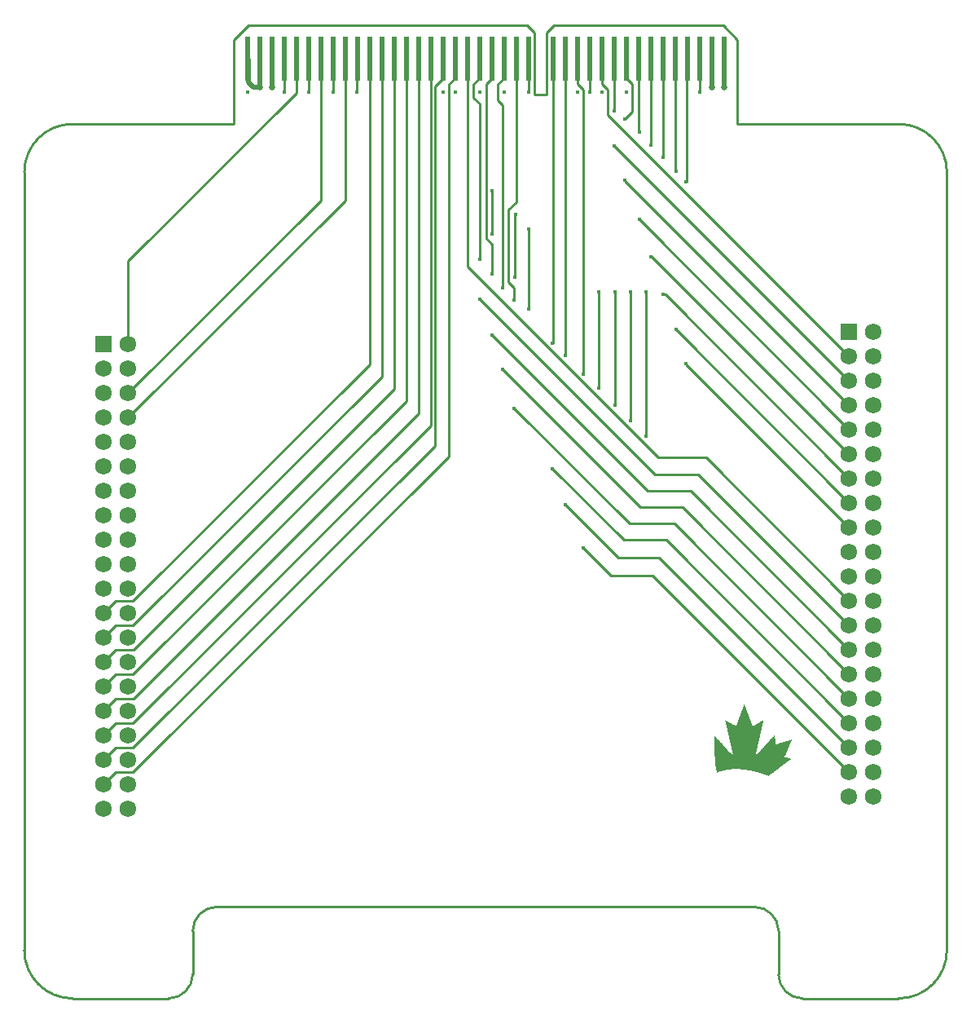
<source format=gbr>
%TF.GenerationSoftware,Altium Limited,Altium Designer,22.11.1 (43)*%
G04 Layer_Physical_Order=4*
G04 Layer_Color=16711680*
%FSLAX45Y45*%
%MOMM*%
%TF.SameCoordinates,C297AA42-F212-4987-B5A2-20FF98F52B47*%
%TF.FilePolarity,Positive*%
%TF.FileFunction,Copper,L4,Bot,Signal*%
%TF.Part,Single*%
G01*
G75*
%TA.AperFunction,SMDPad,CuDef*%
%ADD10R,0.53000X4.57200*%
%TA.AperFunction,Conductor*%
%ADD11C,0.29300*%
%ADD12C,0.50000*%
%TA.AperFunction,NonConductor*%
%ADD13C,0.25400*%
%TA.AperFunction,ComponentPad*%
%ADD14C,1.72500*%
%ADD15R,1.72500X1.72500*%
%TA.AperFunction,ViaPad*%
%ADD16C,0.44400*%
%ADD17C,0.63500*%
G36*
X7324489Y2712961D02*
X7325895Y2707335D01*
X7326599Y2701007D01*
X7328005Y2697491D01*
X7328708Y2694678D01*
X7329411Y2689756D01*
X7330114Y2686943D01*
X7331521Y2682021D01*
X7332927Y2676395D01*
X7333630Y2670769D01*
X7335037Y2667253D01*
X7335740Y2664441D01*
X7336795Y2657760D01*
X7337498Y2654948D01*
X7339256Y2648971D01*
X7340311Y2642993D01*
X7341014Y2639478D01*
X7342772Y2634907D01*
X7343475Y2627875D01*
X7344178Y2625765D01*
X7345584Y2620843D01*
X7346288Y2618030D01*
X7347342Y2611350D01*
X7349101Y2606779D01*
X7350859Y2596583D01*
X7352616Y2592012D01*
X7353671Y2583925D01*
X7354374Y2581113D01*
X7355429Y2577948D01*
X7356132Y2575136D01*
X7357187Y2568455D01*
X7358594Y2564939D01*
X7359297Y2562126D01*
X7360703Y2553688D01*
X7362461Y2547711D01*
X7363164Y2544898D01*
X7363867Y2538570D01*
X7365274Y2535054D01*
X7365977Y2532241D01*
X7367032Y2526264D01*
X7368087Y2522396D01*
X7367735Y2521341D01*
X7365626Y2522045D01*
X7362461Y2524506D01*
X7361758Y2525912D01*
X7359648Y2528022D01*
X7358945Y2529428D01*
X7356484Y2531186D01*
X7355078Y2533296D01*
X7353671Y2533999D01*
X7352616Y2535054D01*
X7351913Y2536460D01*
X7349101Y2539273D01*
X7348749Y2540328D01*
X7347342Y2541031D01*
X7346288Y2542086D01*
X7345584Y2543492D01*
X7343123Y2545250D01*
X7341717Y2547359D01*
X7340311Y2548063D01*
X7337498Y2552282D01*
X7334685Y2555095D01*
X7333630Y2555446D01*
X7332927Y2556853D01*
X7328708Y2561072D01*
X7328005Y2562478D01*
X7319567Y2570916D01*
X7318863Y2572323D01*
X7308316Y2582871D01*
X7307612Y2584277D01*
X7305503Y2586386D01*
X7305151Y2587441D01*
X7303745Y2588145D01*
X7301987Y2589903D01*
X7301635Y2590957D01*
X7300229Y2591661D01*
X7298471Y2593418D01*
X7297768Y2594825D01*
X7296361Y2595528D01*
X7295658Y2596934D01*
X7292142Y2600450D01*
X7291791Y2601505D01*
X7290384Y2602208D01*
X7289329Y2603263D01*
X7288626Y2604670D01*
X7286517Y2606076D01*
X7285813Y2607482D01*
X7282649Y2611350D01*
X7275266Y2618733D01*
X7274562Y2620140D01*
X7264718Y2629984D01*
X7264014Y2631391D01*
X7254873Y2640532D01*
X7254170Y2641939D01*
X7245028Y2651080D01*
X7244325Y2652486D01*
X7241512Y2655299D01*
X7240809Y2656706D01*
X7231668Y2665847D01*
X7230964Y2667253D01*
X7221120Y2677098D01*
X7220417Y2678505D01*
X7210572Y2688349D01*
X7209869Y2689756D01*
X7200727Y2698897D01*
X7200024Y2700303D01*
X7197211Y2703116D01*
X7196508Y2704523D01*
X7195453Y2705578D01*
X7194399Y2705929D01*
X7193695Y2707335D01*
X7187367Y2713664D01*
X7186664Y2715071D01*
X7185609Y2716125D01*
X7184554Y2716477D01*
X7183851Y2717883D01*
X7182093Y2719641D01*
X7180686Y2720344D01*
X7178928Y2722806D01*
X7177522Y2724212D01*
X7176819Y2725618D01*
X7175764Y2726673D01*
X7172600Y2726321D01*
X7173654Y2609240D01*
X7175061Y2533296D01*
X7175764Y2529780D01*
X7176467Y2506574D01*
X7177170Y2486885D01*
X7177874Y2472118D01*
X7179280Y2453835D01*
X7180335Y2449968D01*
X7181389Y2434849D01*
X7182796Y2423598D01*
X7183851Y2419730D01*
X7184906Y2407425D01*
X7185609Y2404612D01*
X7186664Y2400744D01*
X7187718Y2393361D01*
X7188421Y2387735D01*
X7189125Y2384219D01*
X7190883Y2378242D01*
X7191586Y2369804D01*
X7193695Y2364881D01*
X7195453Y2354685D01*
X7197211Y2350115D01*
X7197914Y2345895D01*
X7198969Y2344841D01*
X7202485Y2345544D01*
X7207408Y2347653D01*
X7210220Y2348356D01*
X7216549Y2351169D01*
X7221120Y2352224D01*
X7222175Y2353279D01*
X7227097Y2354685D01*
X7230964Y2355740D01*
X7234832Y2357498D01*
X7237645Y2358201D01*
X7242216Y2359256D01*
X7245732Y2360663D01*
X7249599Y2361717D01*
X7254873Y2362772D01*
X7259444Y2364530D01*
X7264366Y2365233D01*
X7274211Y2368046D01*
X7280891Y2369101D01*
X7286868Y2370859D01*
X7291791Y2371562D01*
X7298471Y2372617D01*
X7305503Y2374023D01*
X7308316Y2374726D01*
X7316051Y2375429D01*
X7322379Y2376133D01*
X7326247Y2377187D01*
X7341717Y2378594D01*
X7360000Y2380000D01*
X7367735Y2380703D01*
X7369845Y2381406D01*
X7434538Y2380703D01*
X7436648Y2380000D01*
X7456337Y2379297D01*
X7458447Y2378594D01*
X7473917Y2377891D01*
X7477433Y2376484D01*
X7479191Y2376836D01*
X7482004Y2376133D01*
X7488332Y2375429D01*
X7496067Y2374726D01*
X7501693Y2374023D01*
X7505561Y2372968D01*
X7512241Y2371913D01*
X7519976Y2371210D01*
X7527711Y2369804D01*
X7531579Y2368749D01*
X7540368Y2367694D01*
X7543181Y2366991D01*
X7547049Y2365936D01*
X7549861Y2365233D01*
X7557597Y2364530D01*
X7561112Y2363124D01*
X7566738Y2361717D01*
X7573067Y2361014D01*
X7576583Y2359608D01*
X7579396Y2358904D01*
X7584318Y2358201D01*
X7588889Y2357146D01*
X7593459Y2355388D01*
X7600139Y2354334D01*
X7605765Y2352224D01*
X7609281Y2351521D01*
X7613500Y2350818D01*
X7617016Y2349411D01*
X7620181Y2348356D01*
X7625806Y2347653D01*
X7632135Y2344841D01*
X7637760Y2344138D01*
X7642683Y2342028D01*
X7645495Y2341325D01*
X7649363Y2340270D01*
X7653231Y2338512D01*
X7659208Y2337457D01*
X7665185Y2334996D01*
X7670810Y2333590D01*
X7672217Y2332183D01*
X7680303Y2330425D01*
X7681358Y2329370D01*
X7686280Y2327964D01*
X7690148Y2326909D01*
X7694016Y2325151D01*
X7699641Y2323745D01*
X7704563Y2321635D01*
X7707376Y2320932D01*
X7713705Y2318119D01*
X7718276Y2317065D01*
X7719330Y2316010D01*
X7722846Y2314603D01*
X7727417Y2313549D01*
X7731988Y2311088D01*
X7736207Y2311791D01*
X7737613Y2313900D01*
X7741129Y2316010D01*
X7742536Y2317416D01*
X7743942Y2318119D01*
X7746052Y2320229D01*
X7749567Y2322339D01*
X7750974Y2323745D01*
X7752380Y2324448D01*
X7756248Y2327613D01*
X7758709Y2329370D01*
X7760116Y2330777D01*
X7763631Y2332886D01*
X7765038Y2334293D01*
X7766444Y2334996D01*
X7772773Y2339918D01*
X7777695Y2343434D01*
X7786485Y2350115D01*
X7790704Y2352927D01*
X7792462Y2354685D01*
X7793869Y2355388D01*
X7795978Y2357498D01*
X7799494Y2359608D01*
X7800901Y2361014D01*
X7804416Y2363124D01*
X7806526Y2365233D01*
X7807932Y2365936D01*
X7810042Y2368046D01*
X7813558Y2370156D01*
X7814964Y2371562D01*
X7818480Y2373671D01*
X7819887Y2375078D01*
X7821293Y2375781D01*
X7823403Y2377891D01*
X7824809Y2378594D01*
X7831489Y2383164D01*
X7832192Y2384571D01*
X7836060Y2387032D01*
X7837466Y2388438D01*
X7840982Y2390548D01*
X7842389Y2391954D01*
X7845553Y2393712D01*
X7845905Y2394767D01*
X7849421Y2396877D01*
X7850827Y2398283D01*
X7854343Y2400393D01*
X7855749Y2401799D01*
X7858211Y2402854D01*
X7858914Y2404260D01*
X7859969Y2405315D01*
X7863484Y2407425D01*
X7864891Y2408831D01*
X7868407Y2410941D01*
X7869813Y2412347D01*
X7871219Y2413050D01*
X7873329Y2415160D01*
X7876845Y2417269D01*
X7878251Y2418676D01*
X7879658Y2419379D01*
X7881767Y2421488D01*
X7885283Y2423598D01*
X7887393Y2425708D01*
X7890909Y2427817D01*
X7892315Y2429223D01*
X7893722Y2429927D01*
X7895831Y2432036D01*
X7899347Y2434146D01*
X7901457Y2436255D01*
X7902863Y2436959D01*
X7904269Y2438365D01*
X7908840Y2440826D01*
X7909192Y2441881D01*
X7912708Y2443991D01*
X7914114Y2445397D01*
X7915521Y2446100D01*
X7917630Y2448210D01*
X7919036Y2448913D01*
X7922904Y2452077D01*
X7926772Y2454538D01*
X7928178Y2455945D01*
X7929584Y2456648D01*
X7931694Y2458758D01*
X7935210Y2460867D01*
X7936616Y2462273D01*
X7940132Y2464383D01*
X7942242Y2466493D01*
X7943648Y2467196D01*
X7945758Y2469305D01*
X7949274Y2471415D01*
X7950680Y2472821D01*
X7954196Y2474931D01*
X7956306Y2477041D01*
X7957712Y2477744D01*
X7959118Y2479150D01*
X7960525Y2479853D01*
X7964392Y2483018D01*
X7967205Y2484424D01*
X7967908Y2487237D01*
X7967205Y2488643D01*
X7963337Y2489698D01*
X7958064Y2490753D01*
X7953493Y2492511D01*
X7950680Y2493214D01*
X7945758Y2493917D01*
X7940835Y2496027D01*
X7935913Y2496730D01*
X7931342Y2498488D01*
X7927475Y2499543D01*
X7920091Y2501301D01*
X7916575Y2502707D01*
X7912356Y2503410D01*
X7908840Y2504113D01*
X7904973Y2505871D01*
X7901457Y2507278D01*
X7901105Y2509739D01*
X7903215Y2511848D01*
X7903918Y2516068D01*
X7907434Y2523803D01*
X7908137Y2525209D01*
X7910247Y2530131D01*
X7913059Y2536460D01*
X7914817Y2541031D01*
X7915872Y2542086D01*
X7916927Y2546656D01*
X7919388Y2551227D01*
X7921146Y2555798D01*
X7922904Y2559665D01*
X7923607Y2562478D01*
X7924311Y2563884D01*
X7925717Y2565291D01*
X7926420Y2568104D01*
X7928178Y2572674D01*
X7929233Y2573729D01*
X7929936Y2576542D01*
X7931342Y2580058D01*
X7933452Y2584980D01*
X7934858Y2588496D01*
X7936968Y2593418D01*
X7937671Y2595528D01*
X7939781Y2599044D01*
X7940484Y2601857D01*
X7944000Y2609592D01*
X7944703Y2612405D01*
X7946109Y2613811D01*
X7946812Y2616624D01*
X7950329Y2624359D01*
X7951383Y2628226D01*
X7952438Y2629281D01*
X7953844Y2632797D01*
X7954548Y2635610D01*
X7955954Y2637016D01*
X7958415Y2643697D01*
X7960173Y2647564D01*
X7960876Y2650377D01*
X7961579Y2651783D01*
X7963689Y2655299D01*
X7964392Y2659518D01*
X7966502Y2661628D01*
X7967205Y2664441D01*
X7968963Y2669011D01*
X7970018Y2670066D01*
X7971073Y2674637D01*
X7973534Y2679208D01*
X7974940Y2684130D01*
X7974237Y2685536D01*
X7971073Y2685888D01*
X7968963Y2685185D01*
X7964392Y2683427D01*
X7961228Y2682372D01*
X7955954Y2681317D01*
X7952438Y2679911D01*
X7948571Y2678856D01*
X7944351Y2678153D01*
X7939429Y2676043D01*
X7931342Y2674285D01*
X7927475Y2672528D01*
X7920091Y2670769D01*
X7915521Y2669011D01*
X7909543Y2667957D01*
X7904973Y2666199D01*
X7899347Y2664792D01*
X7894776Y2663034D01*
X7890909Y2661980D01*
X7885635Y2660925D01*
X7881767Y2659167D01*
X7878955Y2658464D01*
X7874736Y2657760D01*
X7869813Y2655651D01*
X7867000Y2654948D01*
X7862781Y2654244D01*
X7857859Y2652135D01*
X7851882Y2651080D01*
X7848366Y2649674D01*
X7845201Y2648619D01*
X7840982Y2647916D01*
X7836060Y2645806D01*
X7833247Y2645103D01*
X7828325Y2644400D01*
X7823403Y2642290D01*
X7820590Y2641587D01*
X7817074Y2640884D01*
X7813558Y2639478D01*
X7812152Y2640181D01*
X7810394Y2644048D01*
X7809690Y2648971D01*
X7808987Y2651080D01*
X7807932Y2664792D01*
X7807229Y2669011D01*
X7806526Y2671824D01*
X7805823Y2677450D01*
X7805120Y2685185D01*
X7804416Y2690810D01*
X7803713Y2693623D01*
X7803010Y2697139D01*
X7802307Y2702765D01*
X7801604Y2709796D01*
X7800901Y2716125D01*
X7799846Y2719290D01*
X7799142Y2728431D01*
X7798088Y2732299D01*
X7796681Y2733002D01*
X7794923Y2731244D01*
X7794220Y2729838D01*
X7787891Y2723509D01*
X7787540Y2722454D01*
X7786134Y2721751D01*
X7782617Y2717532D01*
X7775234Y2710148D01*
X7773124Y2706632D01*
X7763983Y2697491D01*
X7763280Y2696084D01*
X7752029Y2684833D01*
X7751326Y2683427D01*
X7744294Y2676395D01*
X7743591Y2674989D01*
X7742184Y2674285D01*
X7741481Y2672879D01*
X7731636Y2663034D01*
X7730933Y2661628D01*
X7729175Y2659167D01*
X7727769Y2658464D01*
X7726011Y2656003D01*
X7720385Y2650377D01*
X7719682Y2648971D01*
X7708431Y2637719D01*
X7707728Y2636313D01*
X7699993Y2628578D01*
X7699289Y2627172D01*
X7690148Y2618030D01*
X7689445Y2616624D01*
X7679600Y2606779D01*
X7678897Y2605373D01*
X7676787Y2603263D01*
X7676084Y2601857D01*
X7673623Y2600099D01*
X7672217Y2597989D01*
X7670810Y2597286D01*
X7669052Y2594825D01*
X7667646Y2594122D01*
X7665888Y2590957D01*
X7664481Y2590254D01*
X7662724Y2587793D01*
X7660614Y2586386D01*
X7659911Y2584980D01*
X7658856Y2583925D01*
X7657450Y2583222D01*
X7655340Y2579706D01*
X7654285Y2579355D01*
X7653582Y2577948D01*
X7652527Y2576893D01*
X7651121Y2576190D01*
X7649011Y2573378D01*
X7647957Y2573026D01*
X7647253Y2571620D01*
X7644089Y2567752D01*
X7636002Y2559665D01*
X7635299Y2558259D01*
X7632486Y2555446D01*
X7632135Y2554391D01*
X7630728Y2553688D01*
X7628970Y2551930D01*
X7628619Y2550876D01*
X7627212Y2550172D01*
X7625454Y2548414D01*
X7624751Y2547008D01*
X7622642Y2544898D01*
X7622290Y2543844D01*
X7620884Y2543140D01*
X7619829Y2542086D01*
X7619126Y2540679D01*
X7616664Y2538921D01*
X7614907Y2536460D01*
X7613500Y2535757D01*
X7612797Y2534351D01*
X7603656Y2525209D01*
X7601897Y2521341D01*
X7599085Y2522045D01*
X7598733Y2524506D01*
X7599436Y2526615D01*
X7600491Y2531186D01*
X7601546Y2535054D01*
X7602249Y2537866D01*
X7602952Y2542789D01*
X7605062Y2550524D01*
X7605765Y2553337D01*
X7606468Y2558259D01*
X7608578Y2565291D01*
X7609281Y2568104D01*
X7610336Y2574784D01*
X7611039Y2577597D01*
X7612094Y2580761D01*
X7612797Y2585683D01*
X7613852Y2590254D01*
X7614555Y2593067D01*
X7615610Y2596231D01*
X7616313Y2599044D01*
X7617016Y2604670D01*
X7617719Y2606779D01*
X7619126Y2610295D01*
X7620884Y2620491D01*
X7621939Y2624359D01*
X7622642Y2627172D01*
X7623345Y2632094D01*
X7624400Y2635961D01*
X7626158Y2641939D01*
X7627212Y2648619D01*
X7628619Y2652135D01*
X7629322Y2655651D01*
X7630728Y2664089D01*
X7632486Y2670066D01*
X7633189Y2672879D01*
X7633893Y2678505D01*
X7635299Y2682021D01*
X7636002Y2684833D01*
X7636706Y2689756D01*
X7638815Y2697491D01*
X7639518Y2700303D01*
X7640573Y2706984D01*
X7642331Y2712961D01*
X7643034Y2715774D01*
X7643737Y2721399D01*
X7645144Y2724915D01*
X7646199Y2729486D01*
X7646902Y2733705D01*
X7647605Y2737221D01*
X7649363Y2743198D01*
X7650418Y2749878D01*
X7651824Y2755504D01*
X7652879Y2758668D01*
X7653582Y2763591D01*
X7654285Y2766403D01*
X7655340Y2770271D01*
X7656395Y2773435D01*
X7657450Y2780116D01*
X7658856Y2785741D01*
X7659911Y2789609D01*
X7660966Y2796289D01*
X7663427Y2804376D01*
X7664481Y2811056D01*
X7665888Y2814572D01*
X7666591Y2818088D01*
X7667294Y2823713D01*
X7667997Y2826526D01*
X7669756Y2832503D01*
X7670459Y2837426D01*
X7671513Y2841293D01*
X7673271Y2847270D01*
X7674326Y2853951D01*
X7675381Y2857818D01*
X7676787Y2862741D01*
X7677491Y2869069D01*
X7678897Y2872585D01*
X7679600Y2875398D01*
X7680303Y2880320D01*
X7681006Y2883133D01*
X7682413Y2885946D01*
X7681358Y2887001D01*
X7677842Y2886297D01*
X7671513Y2882781D01*
X7670107Y2881375D01*
X7666591Y2880672D01*
X7665185Y2879266D01*
X7661669Y2877859D01*
X7660262Y2877156D01*
X7658153Y2875046D01*
X7654285Y2873991D01*
X7649714Y2871530D01*
X7646199Y2869421D01*
X7644792Y2868014D01*
X7640925Y2866960D01*
X7639167Y2865202D01*
X7636354Y2864498D01*
X7632838Y2862389D01*
X7626509Y2858873D01*
X7622993Y2857466D01*
X7621587Y2856763D01*
X7620181Y2855357D01*
X7616664Y2853951D01*
X7615258Y2853248D01*
X7613852Y2851841D01*
X7609281Y2850083D01*
X7604710Y2847622D01*
X7601194Y2845512D01*
X7575879Y2832152D01*
X7570254Y2829339D01*
X7567090Y2831800D01*
X7565683Y2836723D01*
X7563925Y2841293D01*
X7562167Y2845161D01*
X7561464Y2849380D01*
X7560058Y2850786D01*
X7558651Y2856412D01*
X7555839Y2862741D01*
X7554784Y2867311D01*
X7553729Y2868366D01*
X7552323Y2871882D01*
X7551268Y2875749D01*
X7549510Y2879617D01*
X7548104Y2885243D01*
X7545291Y2891571D01*
X7544587Y2895087D01*
X7543181Y2896494D01*
X7542478Y2899306D01*
X7540017Y2905987D01*
X7538259Y2910558D01*
X7537204Y2914425D01*
X7536149Y2915480D01*
X7535094Y2920051D01*
X7534391Y2922863D01*
X7533336Y2923918D01*
X7531930Y2927434D01*
X7531227Y2931653D01*
X7529821Y2933060D01*
X7528414Y2936576D01*
X7527711Y2940795D01*
X7524898Y2947123D01*
X7524195Y2950639D01*
X7522789Y2952046D01*
X7521382Y2957671D01*
X7518569Y2964000D01*
X7517515Y2967868D01*
X7515054Y2973845D01*
X7514350Y2976657D01*
X7512241Y2981580D01*
X7511537Y2984393D01*
X7510131Y2987908D01*
X7508022Y2992831D01*
X7507318Y2996347D01*
X7505209Y2999863D01*
X7504154Y3004433D01*
X7503099Y3006895D01*
X7501693Y3010411D01*
X7500990Y3013223D01*
X7498177Y3019552D01*
X7497474Y3023068D01*
X7494661Y3029397D01*
X7493606Y3033264D01*
X7492551Y3034319D01*
X7491145Y3039241D01*
X7487629Y3048383D01*
X7486926Y3051196D01*
X7485519Y3054711D01*
X7483762Y3057876D01*
X7482004Y3057524D01*
X7480597Y3052602D01*
X7478488Y3047680D01*
X7477784Y3044867D01*
X7476378Y3041351D01*
X7474269Y3036429D01*
X7473565Y3032913D01*
X7471456Y3027990D01*
X7469698Y3023420D01*
X7467940Y3019552D01*
X7467237Y3015333D01*
X7465127Y3011817D01*
X7464424Y3009004D01*
X7463369Y3005136D01*
X7462314Y3004082D01*
X7460908Y2999159D01*
X7458095Y2992128D01*
X7457392Y2989315D01*
X7454579Y2982986D01*
X7453524Y2978415D01*
X7451766Y2975251D01*
X7451063Y2972438D01*
X7449305Y2967868D01*
X7448250Y2966813D01*
X7447196Y2962242D01*
X7445086Y2956616D01*
X7444031Y2953452D01*
X7443328Y2950639D01*
X7440515Y2944311D01*
X7439812Y2941498D01*
X7437702Y2936576D01*
X7436648Y2932708D01*
X7434890Y2929544D01*
X7434187Y2926731D01*
X7430671Y2917589D01*
X7429967Y2914073D01*
X7428561Y2912667D01*
X7427155Y2907041D01*
X7424342Y2900713D01*
X7423287Y2896845D01*
X7421529Y2892978D01*
X7420826Y2890165D01*
X7419068Y2885594D01*
X7417310Y2881727D01*
X7416255Y2877156D01*
X7413794Y2872585D01*
X7413091Y2868366D01*
X7410981Y2864850D01*
X7409927Y2860279D01*
X7408872Y2857818D01*
X7407465Y2854302D01*
X7406762Y2851489D01*
X7403949Y2845161D01*
X7402895Y2840590D01*
X7401840Y2839535D01*
X7400434Y2836019D01*
X7399730Y2831800D01*
X7397972Y2830042D01*
X7392347Y2830745D01*
X7390237Y2832855D01*
X7379689Y2837777D01*
X7378283Y2838480D01*
X7376877Y2839887D01*
X7372306Y2841645D01*
X7370548Y2843403D01*
X7365977Y2845161D01*
X7361406Y2847622D01*
X7358945Y2848677D01*
X7358594Y2849731D01*
X7355078Y2851138D01*
X7345936Y2856060D01*
X7344530Y2857466D01*
X7340662Y2858521D01*
X7339607Y2859576D01*
X7336092Y2860983D01*
X7332576Y2863092D01*
X7326247Y2866608D01*
X7322731Y2868014D01*
X7321324Y2868718D01*
X7314293Y2872937D01*
X7310777Y2874343D01*
X7307261Y2876453D01*
X7300932Y2879969D01*
X7288978Y2886297D01*
X7287571Y2887704D01*
X7285462Y2887001D01*
X7285110Y2883836D01*
X7285813Y2881727D01*
X7286517Y2876804D01*
X7287923Y2873288D01*
X7288626Y2868366D01*
X7290384Y2860983D01*
X7291439Y2857115D01*
X7292142Y2854302D01*
X7292845Y2848677D01*
X7294252Y2845161D01*
X7295306Y2841293D01*
X7296713Y2832855D01*
X7298471Y2826878D01*
X7299526Y2820198D01*
X7300229Y2817385D01*
X7301987Y2811408D01*
X7302690Y2806485D01*
X7303393Y2803673D01*
X7305503Y2796641D01*
X7306557Y2789960D01*
X7307261Y2787148D01*
X7308316Y2783280D01*
X7309019Y2780467D01*
X7310074Y2773787D01*
X7311831Y2769216D01*
X7312535Y2764294D01*
X7313589Y2759020D01*
X7315347Y2754449D01*
X7316402Y2746363D01*
X7317105Y2743550D01*
X7318160Y2740385D01*
X7318863Y2737573D01*
X7319567Y2732650D01*
X7320621Y2728783D01*
X7322379Y2722806D01*
X7323434Y2716125D01*
X7324489Y2713664D01*
Y2712961D01*
D02*
G37*
D10*
X5238700Y9760000D02*
D03*
X7270700D02*
D03*
X7143700D02*
D03*
X7016700D02*
D03*
X6889700D02*
D03*
X6762700D02*
D03*
X6635700D02*
D03*
X6508700D02*
D03*
X6381700D02*
D03*
X6254700D02*
D03*
X6127700D02*
D03*
X6000700D02*
D03*
X5873700D02*
D03*
X5746700D02*
D03*
X5619700D02*
D03*
X5492700D02*
D03*
X5111700D02*
D03*
X4984700D02*
D03*
X4857700D02*
D03*
X4730700D02*
D03*
X4603700D02*
D03*
X4476700D02*
D03*
X4349700D02*
D03*
X4222700D02*
D03*
X4095700D02*
D03*
X3968700D02*
D03*
X3841700D02*
D03*
X3714700D02*
D03*
X3587700D02*
D03*
X3460700D02*
D03*
X3333700D02*
D03*
X3206700D02*
D03*
X3079700D02*
D03*
X2952700D02*
D03*
X2825700D02*
D03*
X2698700D02*
D03*
X2571700D02*
D03*
X2444700D02*
D03*
X2317700D02*
D03*
D11*
X4968664Y6531336D02*
X6400000Y5100000D01*
X6128850Y9221150D02*
X6130000Y9220000D01*
X6128850Y9221150D02*
Y9758850D01*
X6460000Y5840000D02*
Y7340000D01*
X5970000Y6340000D02*
Y7340000D01*
X6300000Y6000000D02*
Y7340000D01*
X6140000Y6160000D02*
Y7340000D01*
X6587407Y5614558D02*
X7085442D01*
X4603700Y7598265D02*
X6587407Y5614558D01*
X4603700Y7598265D02*
Y9760000D01*
X6390000Y8088000D02*
X8572500Y5905500D01*
X6130000Y8856000D02*
X8572500Y6413500D01*
X6240000Y9130000D02*
X6316950Y9206950D01*
X6062950Y9177050D02*
Y9435785D01*
Y9177050D02*
X8572500Y6667500D01*
X6390000Y9000000D02*
Y9004086D01*
X6381700Y9012386D02*
X6390000Y9004086D01*
X6381700Y9012386D02*
Y9760000D01*
X6240000Y8492000D02*
X8572500Y6159500D01*
X6240000Y8492000D02*
Y8500000D01*
X6509350Y8860650D02*
X6510000Y8860000D01*
X6509350Y8860650D02*
Y9759350D01*
X5810000Y4680000D02*
X6100000Y4390000D01*
X6532000D01*
X5808950Y6481050D02*
Y9435785D01*
Y6481050D02*
X5810000Y6480000D01*
X5873700Y9410000D02*
Y9760000D01*
X5746700Y9498035D02*
X5808950Y9435785D01*
X5746700Y9498035D02*
Y9760000D01*
X5619700Y6680300D02*
X5620000Y6680000D01*
X5619700Y6680300D02*
Y9760000D01*
X5490000Y6800000D02*
X5492700Y6802700D01*
Y9760000D01*
X5620000Y5130000D02*
X6170000Y4580000D01*
X6596000D01*
X5490000Y5500000D02*
X6230000Y4760000D01*
X6670000D01*
X6532000Y4390000D02*
X8572500Y2349500D01*
X6670000Y4760000D02*
X8572500Y2857500D01*
X5090000Y6130000D02*
X6290000Y4930000D01*
X6754000D01*
X8572500Y3111500D01*
X6400000Y5100000D02*
X6838000D01*
X6596000Y4580000D02*
X8572500Y2603500D01*
X5240000Y7160000D02*
Y7990000D01*
X5090000Y7250000D02*
Y7380000D01*
X5030000Y7440000D02*
X5090000Y7380000D01*
X5030000Y8190000D02*
X5111700Y8271700D01*
X5030000Y7440000D02*
Y8190000D01*
X5100000Y7490000D02*
Y8125914D01*
X5110000Y8135914D02*
Y8140000D01*
X5100000Y8125914D02*
X5110000Y8135914D01*
X4860000Y6890000D02*
X6481550Y5268450D01*
X6923550D01*
X4730000Y7260000D02*
X5570166Y6419834D01*
Y6419834D02*
Y6419834D01*
X6550000Y5440000D02*
X7006000D01*
X5570166Y6419834D02*
X6550000Y5440000D01*
X4970000Y7380000D02*
Y9280000D01*
X7085442Y5614558D02*
X8572500Y4127500D01*
X951800Y2348800D02*
X1130415D01*
X4411950Y5630335D01*
X1130415Y2602800D02*
X4264700Y5737085D01*
X4411950Y5630335D02*
Y9493150D01*
X4264700Y5737085D02*
Y9472900D01*
X951800Y2602800D02*
X1130415D01*
X825500Y2222500D02*
X951800Y2348800D01*
X6838000Y5100000D02*
X8572500Y3365500D01*
X6923550Y5268450D02*
X8572500Y3619500D01*
X5111700Y8271700D02*
Y9760000D01*
X4922450Y9495650D02*
X4984700Y9557900D01*
X4922450Y9327550D02*
X4970000Y9280000D01*
X4922450Y9327550D02*
Y9495650D01*
X4860000Y7520000D02*
Y7830000D01*
X4797750Y7892250D02*
Y9497950D01*
Y7892250D02*
X4860000Y7830000D01*
X4984700Y9557900D02*
Y9760000D01*
X4095700Y6076085D02*
Y9760000D01*
X1131815Y3112200D02*
X4095700Y6076085D01*
X4222700Y5949085D02*
Y9760000D01*
X953200Y3112200D02*
X1131815D01*
X1130415Y2856800D02*
X4222700Y5949085D01*
X7006000Y5440000D02*
X8572500Y3873500D01*
X4797750Y9497950D02*
X4857700Y9557900D01*
Y9760000D01*
X4730000Y7680000D02*
Y9290000D01*
X4668450Y9351550D02*
X4730000Y9290000D01*
X4668450Y9351550D02*
Y9495650D01*
X4730700Y9557900D01*
Y9760000D01*
X4860000Y7940000D02*
Y8390000D01*
X825500Y2476500D02*
X951800Y2602800D01*
X825500Y2730500D02*
X951800Y2856800D01*
X1130415D01*
X6880000Y6582000D02*
X8572500Y4889500D01*
X6880000Y6582000D02*
Y6590000D01*
X6882889Y8482889D02*
Y9753189D01*
X6889700Y9760000D01*
X6880000Y8480000D02*
X6882889Y8482889D01*
X6524000Y7700000D02*
X8572500Y5651500D01*
X6510000Y7700000D02*
X6524000D01*
X6640000Y7310000D02*
X6660000D01*
X8572500Y5397500D01*
X6770000Y6946000D02*
Y6950000D01*
Y6946000D02*
X8572500Y5143500D01*
X6767111Y8592889D02*
Y9755589D01*
Y8592889D02*
X6770000Y8590000D01*
X6762700Y9760000D02*
X6767111Y9755589D01*
X6637850Y8732150D02*
Y9757850D01*
Y8732150D02*
X6640000Y8730000D01*
X6635700Y9760000D02*
X6637850Y9757850D01*
X6508700Y9760000D02*
X6509350Y9759350D01*
X6254700Y9557900D02*
X6316950Y9495650D01*
X6254700Y9557900D02*
Y9760000D01*
X6316950Y9206950D02*
Y9495650D01*
X6127700Y9760000D02*
X6128850Y9758850D01*
X6000700Y9498035D02*
X6062950Y9435785D01*
X5238700Y9410000D02*
Y9760000D01*
X7016700Y9410000D02*
Y9760000D01*
X6000700Y9498035D02*
Y9760000D01*
X3459225Y9758525D02*
X3460700Y9760000D01*
X3459225Y9411475D02*
Y9758525D01*
X3457750Y9410000D02*
X3459225Y9411475D01*
X4476700Y9557900D02*
Y9760000D01*
X4411950Y9493150D02*
X4476700Y9557900D01*
X4349700D02*
Y9760000D01*
X4264700Y9472900D02*
X4349700Y9557900D01*
X825500Y2984500D02*
X953200Y3112200D01*
X1130415Y3364800D02*
X3968700Y6203085D01*
X951800Y3364800D02*
X1130415D01*
X825500Y3238500D02*
X951800Y3364800D01*
X3968700Y6203085D02*
Y9760000D01*
X825500Y3492500D02*
X953200Y3620200D01*
X1131815D01*
X3841700Y6330085D01*
Y9760000D01*
X3714700Y6457085D02*
Y9760000D01*
X1130415Y3872800D02*
X3714700Y6457085D01*
X951800Y3872800D02*
X1130415D01*
X825500Y3746500D02*
X951800Y3872800D01*
X3587700Y6584085D02*
Y9760000D01*
X1130415Y4126800D02*
X3587700Y6584085D01*
X825500Y4000500D02*
X951800Y4126800D01*
X1130415D01*
X3333700Y8286700D02*
Y9760000D01*
X1079500Y6032500D02*
X3333700Y8286700D01*
X1079500Y6286500D02*
X3079700Y8286700D01*
Y9760000D01*
X2952700Y9410000D02*
Y9760000D01*
X1079500Y7659500D02*
X2825700Y9405700D01*
X1079500Y6794500D02*
Y7659500D01*
X2825700Y9405700D02*
Y9760000D01*
X2698700Y9410000D02*
Y9760000D01*
X3206700Y9410000D02*
Y9760000D01*
D12*
X2377417Y9462583D02*
X2442117D01*
X2571700Y9460000D02*
Y9760000D01*
X2444700Y9460000D02*
Y9760000D01*
X2317700D02*
X2325700Y9752000D01*
X2442117Y9462583D02*
X2444700Y9460000D01*
X2325700Y9514300D02*
X2377417Y9462583D01*
X2325700Y9514300D02*
Y9752000D01*
X7270700Y9460000D02*
Y9760000D01*
X7143700Y9460000D02*
Y9760000D01*
D13*
X9588500Y8580500D02*
G03*
X9088500Y9080500I-500000J0D01*
G01*
X500000D02*
G03*
X0Y8580500I0J-500000D01*
G01*
X9088500Y0D02*
G03*
X9588500Y500000I0J500000D01*
G01*
X7838500Y700000D02*
G03*
X7588500Y950000I-250000J0D01*
G01*
X7838500Y250000D02*
G03*
X8088500Y0I250000J0D01*
G01*
X2000000Y950000D02*
G03*
X1750000Y700000I0J-250000D01*
G01*
X1500000Y0D02*
G03*
X1750000Y250000I-0J250000D01*
G01*
X0Y500000D02*
G03*
X500000Y0I500000J0D01*
G01*
X5228700Y10101500D02*
X5303700Y10026500D01*
X5303700D02*
X5303750Y9385500D01*
X5427700D02*
Y10026500D01*
X5502700Y10101500D01*
X5303700Y9385500D02*
X5427700D01*
X2326700Y10101500D02*
X5228700D01*
X2176700Y9951700D02*
X2326700Y10101500D01*
X7261700D02*
X7411700Y9951700D01*
X500000Y9080500D02*
X2176700D01*
X5502700Y10101500D02*
X7261700D01*
X7411700Y9080500D02*
Y9951700D01*
X2176700D02*
X2176750Y9080500D01*
X7411700D02*
X9088500D01*
X8088500Y0D02*
X9088500D01*
X2000000Y950000D02*
X7588500D01*
X7838500Y250000D02*
Y700000D01*
X1750000Y250000D02*
Y700000D01*
X9588500Y500000D02*
Y8580500D01*
X500000Y0D02*
X1500000D01*
X0Y500000D02*
Y8580500D01*
D14*
X8826500Y2095500D02*
D03*
X8572500D02*
D03*
X8826500Y2349500D02*
D03*
X8572500D02*
D03*
X8826500Y2603500D02*
D03*
X8572500D02*
D03*
X8826500Y2857500D02*
D03*
X8572500D02*
D03*
X8826500Y3111500D02*
D03*
X8572500D02*
D03*
X8826500Y3365500D02*
D03*
X8572500D02*
D03*
X8826500Y3619500D02*
D03*
X8572500D02*
D03*
X8826500Y3873500D02*
D03*
X8572500D02*
D03*
X8826500Y4127500D02*
D03*
X8572500D02*
D03*
X8826500Y4381500D02*
D03*
X8572500D02*
D03*
X8826500Y4635500D02*
D03*
X8572500D02*
D03*
X8826500Y4889500D02*
D03*
X8572500D02*
D03*
X8826500Y5143500D02*
D03*
X8572500D02*
D03*
X8826500Y5397500D02*
D03*
X8572500D02*
D03*
X8826500Y5651500D02*
D03*
X8572500D02*
D03*
X8826500Y5905500D02*
D03*
X8572500D02*
D03*
X8826500Y6159500D02*
D03*
X8572500D02*
D03*
X8826500Y6413500D02*
D03*
X8572500D02*
D03*
X8826500Y6667500D02*
D03*
X8572500D02*
D03*
X8826500Y6921500D02*
D03*
X1079500Y1968500D02*
D03*
X825500D02*
D03*
X1079500Y2222500D02*
D03*
X825500D02*
D03*
X1079500Y2476500D02*
D03*
X825500D02*
D03*
X1079500Y2730500D02*
D03*
X825500D02*
D03*
X1079500Y2984500D02*
D03*
X825500D02*
D03*
X1079500Y3238500D02*
D03*
X825500D02*
D03*
X1079500Y3492500D02*
D03*
X825500D02*
D03*
X1079500Y3746500D02*
D03*
X825500D02*
D03*
X1079500Y4000500D02*
D03*
X825500D02*
D03*
X1079500Y4254500D02*
D03*
X825500D02*
D03*
X1079500Y4508500D02*
D03*
X825500D02*
D03*
X1079500Y4762500D02*
D03*
X825500D02*
D03*
X1079500Y5016500D02*
D03*
X825500D02*
D03*
X1079500Y5270500D02*
D03*
X825500D02*
D03*
X1079500Y5524500D02*
D03*
X825500D02*
D03*
X1079500Y5778500D02*
D03*
X825500D02*
D03*
X1079500Y6032500D02*
D03*
X825500D02*
D03*
X1079500Y6286500D02*
D03*
X825500D02*
D03*
X1079500Y6540500D02*
D03*
X825500D02*
D03*
X1079500Y6794500D02*
D03*
D15*
X8572500Y6921500D02*
D03*
X825500Y6794500D02*
D03*
D16*
X4968664Y6531336D02*
D03*
X6000700Y9410000D02*
D03*
X6130000Y9220000D02*
D03*
X6254700Y9410000D02*
D03*
X6460000Y7340000D02*
D03*
Y5840000D02*
D03*
X5970000Y6340000D02*
D03*
X6300000Y6000000D02*
D03*
Y7340000D02*
D03*
X6140000D02*
D03*
Y6160000D02*
D03*
X6390000Y8088000D02*
D03*
X6130000Y8856000D02*
D03*
X6240000Y9130000D02*
D03*
X6390000Y9000000D02*
D03*
X6240000Y8500000D02*
D03*
X6510000Y8860000D02*
D03*
X5970000Y7340000D02*
D03*
X5810000Y4680000D02*
D03*
Y6480000D02*
D03*
X5873700Y9410000D02*
D03*
X5746700D02*
D03*
X5620000Y6680000D02*
D03*
X5490000Y6800000D02*
D03*
X5620000Y5130000D02*
D03*
X5490000Y5500000D02*
D03*
X5240000Y7160000D02*
D03*
X5090000Y7250000D02*
D03*
X5240000Y7990000D02*
D03*
X5100000Y7490000D02*
D03*
X4970000Y7380000D02*
D03*
X5110000Y8140000D02*
D03*
X4984700Y9410000D02*
D03*
X5090000Y6130000D02*
D03*
X4860000Y7520000D02*
D03*
Y6890000D02*
D03*
X4730000Y7260000D02*
D03*
Y7680000D02*
D03*
X4860000Y7940000D02*
D03*
X4476700Y9410000D02*
D03*
X4860000Y8390000D02*
D03*
X6880000Y6590000D02*
D03*
Y8480000D02*
D03*
X6770000Y6950000D02*
D03*
Y8590000D02*
D03*
X6640000Y8730000D02*
D03*
Y7310000D02*
D03*
X6510000Y7700000D02*
D03*
X5238700Y9410000D02*
D03*
X7016700D02*
D03*
X3457750D02*
D03*
X4349700D02*
D03*
X2952700D02*
D03*
X4730700D02*
D03*
X3206700D02*
D03*
X2698700D02*
D03*
X2317700D02*
D03*
D17*
X2444700Y9460000D02*
D03*
X2571700D02*
D03*
X7270700D02*
D03*
X7143700D02*
D03*
%TF.MD5,1a897e53006217f53c240e3504f44c80*%
M02*

</source>
